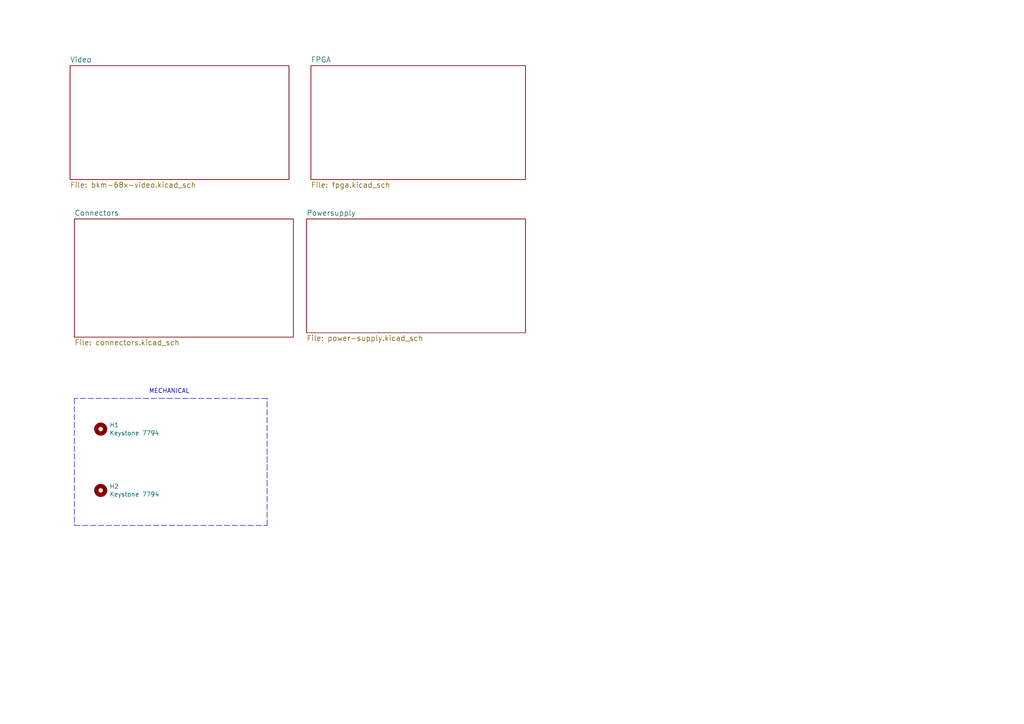
<source format=kicad_sch>
(kicad_sch (version 20211123) (generator eeschema)
  (paper "A4")
  (title_block (title "BKM-68X Alternative") (rev "F") (company "L33T TEK") (comment 1 "Martin Hejnfelt") (comment 2 "martin@hejnfelt.com") (comment 3 "www.immerhax.com"))
  (lib_symbols
    (symbol "Mechanical:MountingHole" (pin_names (offset 1.016))
      (property "Reference" "H" (at 0 5.08 0))
      (property "Value" "MountingHole" (at 0 3.175 0))
      (symbol "MountingHole_0_1"
        (circle (center 0 0) (radius 1.27) (stroke (width 1.27)))
      )
    )
  )
  (polyline (pts (xy 21.59 152.4) (xy 77.47 152.4)))
  (polyline (pts (xy 77.47 115.57) (xy 21.59 115.57)))
  (polyline (pts (xy 21.59 115.57) (xy 21.59 152.4)))
  (polyline (pts (xy 77.47 152.4) (xy 77.47 115.57)))
  (text "MECHANICAL" (at 43.18 114.3 0) (effects (font (size 1.27 1.27)) (justify left bottom)))
  (symbol (lib_id "Mechanical:MountingHole") (at 29.21 124.46 0) (unit 1)
    (property "Reference" "H1" (at 31.75 123.2916 0) (effects (justify left)))
    (property "Value" "Keystone 7794" (at 31.75 125.603 0) (effects (justify left)))
    (property "Footprint" "keystone-7794:7794-X" (effects hide))
  )
  (symbol (lib_id "Mechanical:MountingHole") (at 29.21 142.24 0) (unit 1)
    (property "Reference" "H2" (at 31.75 141.0716 0) (effects (justify left)))
    (property "Value" "Keystone 7794" (at 31.75 143.383 0) (effects (justify left)))
    (property "Footprint" "keystone-7794:7794-X" (effects hide))
  )
  (sheet (at 20.32 19.05) (size 63.5 33.02)
    (property "Sheet name" "Video" (at 20.32 18.2114 0) (effects (font (size 1.524 1.524)) (justify left bottom)))
    (property "Sheet file" "bkm-68x-video.kicad_sch" (at 20.32 52.7562 0) (effects (font (size 1.524 1.524)) (justify left top)))
  )
  (sheet (at 21.59 63.5) (size 63.5 34.29)
    (property "Sheet name" "Connectors" (at 21.59 62.6614 0) (effects (font (size 1.524 1.524)) (justify left bottom)))
    (property "Sheet file" "connectors.kicad_sch" (at 21.59 98.4762 0) (effects (font (size 1.524 1.524)) (justify left top)))
  )
  (sheet (at 90.17 19.05) (size 62.23 33.02)
    (property "Sheet name" "FPGA" (at 90.17 18.2114 0) (effects (font (size 1.524 1.524)) (justify left bottom)))
    (property "Sheet file" "fpga.kicad_sch" (at 90.17 52.7562 0) (effects (font (size 1.524 1.524)) (justify left top)))
  )
  (sheet (at 88.9 63.5) (size 63.5 33.02)
    (property "Sheet name" "Powersupply" (at 88.9 62.6614 0) (effects (font (size 1.524 1.524)) (justify left bottom)))
    (property "Sheet file" "power-supply.kicad_sch" (at 88.9 97.2062 0) (effects (font (size 1.524 1.524)) (justify left top)))
  )
)
</source>
